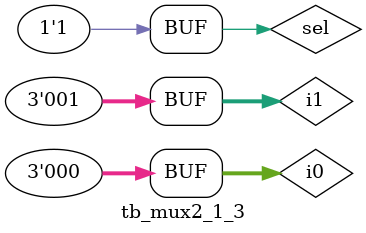
<source format=v>
`timescale 1ns / 1ps

module mux2_1_3(
		output reg [2:0] o,
		input [2:0] i0, i1,
		input sel);
//	not(nsel, sel);
//	and(t1, i0, nsel), (t2, i1, sel);
//	or(o, t1, t2);
	always @(sel, i0, i1)
	case(sel)
		0: o = i0;
		1: o = i1;
	endcase
endmodule

module tb_mux2_1_3;
	reg [2:0] i0, i1;
	reg sel;
	wire [2:0] o;
	
	mux2_1_3 m(o, i0, i1, sel);
	
	initial
	begin
		i0=0; i1=1;
		#10 sel=0;
		#10 sel=1;
		#10 sel=1;
		#10 sel=0;
		#10 sel=0;
		#10 sel=1;
	end
endmodule

</source>
